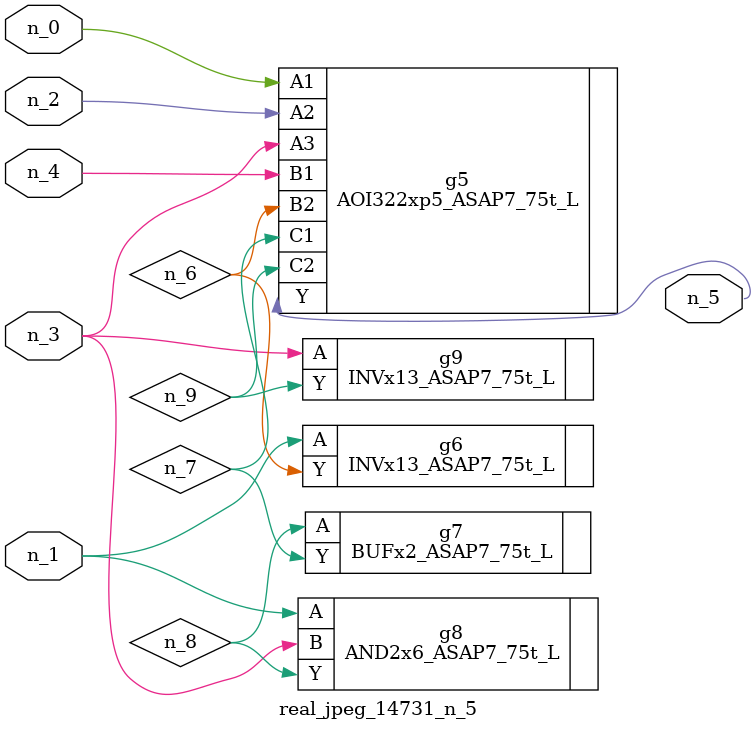
<source format=v>
module real_jpeg_14731_n_5 (n_4, n_0, n_1, n_2, n_3, n_5);

input n_4;
input n_0;
input n_1;
input n_2;
input n_3;

output n_5;

wire n_8;
wire n_6;
wire n_7;
wire n_9;

AOI322xp5_ASAP7_75t_L g5 ( 
.A1(n_0),
.A2(n_2),
.A3(n_3),
.B1(n_4),
.B2(n_6),
.C1(n_7),
.C2(n_9),
.Y(n_5)
);

INVx13_ASAP7_75t_L g6 ( 
.A(n_1),
.Y(n_6)
);

AND2x6_ASAP7_75t_L g8 ( 
.A(n_1),
.B(n_3),
.Y(n_8)
);

INVx13_ASAP7_75t_L g9 ( 
.A(n_3),
.Y(n_9)
);

BUFx2_ASAP7_75t_L g7 ( 
.A(n_8),
.Y(n_7)
);


endmodule
</source>
